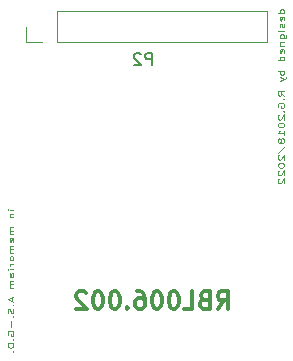
<source format=gbo>
%TF.GenerationSoftware,KiCad,Pcbnew,5.1.9+dfsg1-1+deb11u1*%
%TF.CreationDate,2022-11-30T10:15:51+01:00*%
%TF.ProjectId,A500MPU-Adapter,41353030-4d50-4552-9d41-646170746572,2.0*%
%TF.SameCoordinates,Original*%
%TF.FileFunction,Legend,Bot*%
%TF.FilePolarity,Positive*%
%FSLAX46Y46*%
G04 Gerber Fmt 4.6, Leading zero omitted, Abs format (unit mm)*
G04 Created by KiCad (PCBNEW 5.1.9+dfsg1-1+deb11u1) date 2022-11-30 10:15:51*
%MOMM*%
%LPD*%
G01*
G04 APERTURE LIST*
%ADD10C,0.100000*%
%ADD11C,0.300000*%
%ADD12C,0.120000*%
%ADD13C,0.150000*%
G04 APERTURE END LIST*
D10*
X145726190Y-114200000D02*
X145392857Y-114200000D01*
X145226190Y-114200000D02*
X145250000Y-114166666D01*
X145273809Y-114200000D01*
X145250000Y-114233333D01*
X145226190Y-114200000D01*
X145273809Y-114200000D01*
X145392857Y-114533333D02*
X145726190Y-114533333D01*
X145440476Y-114533333D02*
X145416666Y-114566666D01*
X145392857Y-114633333D01*
X145392857Y-114733333D01*
X145416666Y-114800000D01*
X145464285Y-114833333D01*
X145726190Y-114833333D01*
X145726190Y-115700000D02*
X145392857Y-115700000D01*
X145440476Y-115700000D02*
X145416666Y-115733333D01*
X145392857Y-115800000D01*
X145392857Y-115900000D01*
X145416666Y-115966666D01*
X145464285Y-116000000D01*
X145726190Y-116000000D01*
X145464285Y-116000000D02*
X145416666Y-116033333D01*
X145392857Y-116100000D01*
X145392857Y-116200000D01*
X145416666Y-116266666D01*
X145464285Y-116300000D01*
X145726190Y-116300000D01*
X145702380Y-116900000D02*
X145726190Y-116833333D01*
X145726190Y-116700000D01*
X145702380Y-116633333D01*
X145654761Y-116600000D01*
X145464285Y-116600000D01*
X145416666Y-116633333D01*
X145392857Y-116700000D01*
X145392857Y-116833333D01*
X145416666Y-116900000D01*
X145464285Y-116933333D01*
X145511904Y-116933333D01*
X145559523Y-116600000D01*
X145726190Y-117233333D02*
X145392857Y-117233333D01*
X145440476Y-117233333D02*
X145416666Y-117266666D01*
X145392857Y-117333333D01*
X145392857Y-117433333D01*
X145416666Y-117500000D01*
X145464285Y-117533333D01*
X145726190Y-117533333D01*
X145464285Y-117533333D02*
X145416666Y-117566666D01*
X145392857Y-117633333D01*
X145392857Y-117733333D01*
X145416666Y-117800000D01*
X145464285Y-117833333D01*
X145726190Y-117833333D01*
X145726190Y-118266666D02*
X145702380Y-118200000D01*
X145678571Y-118166666D01*
X145630952Y-118133333D01*
X145488095Y-118133333D01*
X145440476Y-118166666D01*
X145416666Y-118200000D01*
X145392857Y-118266666D01*
X145392857Y-118366666D01*
X145416666Y-118433333D01*
X145440476Y-118466666D01*
X145488095Y-118500000D01*
X145630952Y-118500000D01*
X145678571Y-118466666D01*
X145702380Y-118433333D01*
X145726190Y-118366666D01*
X145726190Y-118266666D01*
X145726190Y-118800000D02*
X145392857Y-118800000D01*
X145488095Y-118800000D02*
X145440476Y-118833333D01*
X145416666Y-118866666D01*
X145392857Y-118933333D01*
X145392857Y-119000000D01*
X145726190Y-119233333D02*
X145392857Y-119233333D01*
X145226190Y-119233333D02*
X145250000Y-119200000D01*
X145273809Y-119233333D01*
X145250000Y-119266666D01*
X145226190Y-119233333D01*
X145273809Y-119233333D01*
X145726190Y-119866666D02*
X145464285Y-119866666D01*
X145416666Y-119833333D01*
X145392857Y-119766666D01*
X145392857Y-119633333D01*
X145416666Y-119566666D01*
X145702380Y-119866666D02*
X145726190Y-119800000D01*
X145726190Y-119633333D01*
X145702380Y-119566666D01*
X145654761Y-119533333D01*
X145607142Y-119533333D01*
X145559523Y-119566666D01*
X145535714Y-119633333D01*
X145535714Y-119800000D01*
X145511904Y-119866666D01*
X145726190Y-120200000D02*
X145392857Y-120200000D01*
X145440476Y-120200000D02*
X145416666Y-120233333D01*
X145392857Y-120300000D01*
X145392857Y-120400000D01*
X145416666Y-120466666D01*
X145464285Y-120500000D01*
X145726190Y-120500000D01*
X145464285Y-120500000D02*
X145416666Y-120533333D01*
X145392857Y-120600000D01*
X145392857Y-120700000D01*
X145416666Y-120766666D01*
X145464285Y-120800000D01*
X145726190Y-120800000D01*
X145583333Y-121633333D02*
X145583333Y-121966666D01*
X145726190Y-121566666D02*
X145226190Y-121800000D01*
X145726190Y-122033333D01*
X145678571Y-122266666D02*
X145702380Y-122300000D01*
X145726190Y-122266666D01*
X145702380Y-122233333D01*
X145678571Y-122266666D01*
X145726190Y-122266666D01*
X145702380Y-122566666D02*
X145726190Y-122666666D01*
X145726190Y-122833333D01*
X145702380Y-122900000D01*
X145678571Y-122933333D01*
X145630952Y-122966666D01*
X145583333Y-122966666D01*
X145535714Y-122933333D01*
X145511904Y-122900000D01*
X145488095Y-122833333D01*
X145464285Y-122700000D01*
X145440476Y-122633333D01*
X145416666Y-122600000D01*
X145369047Y-122566666D01*
X145321428Y-122566666D01*
X145273809Y-122600000D01*
X145250000Y-122633333D01*
X145226190Y-122700000D01*
X145226190Y-122866666D01*
X145250000Y-122966666D01*
X145678571Y-123266666D02*
X145702380Y-123300000D01*
X145726190Y-123266666D01*
X145702380Y-123233333D01*
X145678571Y-123266666D01*
X145726190Y-123266666D01*
X145535714Y-123600000D02*
X145535714Y-124133333D01*
X145250000Y-124833333D02*
X145226190Y-124766666D01*
X145226190Y-124666666D01*
X145250000Y-124566666D01*
X145297619Y-124500000D01*
X145345238Y-124466666D01*
X145440476Y-124433333D01*
X145511904Y-124433333D01*
X145607142Y-124466666D01*
X145654761Y-124500000D01*
X145702380Y-124566666D01*
X145726190Y-124666666D01*
X145726190Y-124733333D01*
X145702380Y-124833333D01*
X145678571Y-124866666D01*
X145511904Y-124866666D01*
X145511904Y-124733333D01*
X145678571Y-125166666D02*
X145702380Y-125200000D01*
X145726190Y-125166666D01*
X145702380Y-125133333D01*
X145678571Y-125166666D01*
X145726190Y-125166666D01*
X145726190Y-125500000D02*
X145226190Y-125500000D01*
X145226190Y-125666666D01*
X145250000Y-125766666D01*
X145297619Y-125833333D01*
X145345238Y-125866666D01*
X145440476Y-125900000D01*
X145511904Y-125900000D01*
X145607142Y-125866666D01*
X145654761Y-125833333D01*
X145702380Y-125766666D01*
X145726190Y-125666666D01*
X145726190Y-125500000D01*
X145678571Y-126200000D02*
X145702380Y-126233333D01*
X145726190Y-126200000D01*
X145702380Y-126166666D01*
X145678571Y-126200000D01*
X145726190Y-126200000D01*
X168626190Y-97566666D02*
X168126190Y-97566666D01*
X168602380Y-97566666D02*
X168626190Y-97500000D01*
X168626190Y-97366666D01*
X168602380Y-97300000D01*
X168578571Y-97266666D01*
X168530952Y-97233333D01*
X168388095Y-97233333D01*
X168340476Y-97266666D01*
X168316666Y-97300000D01*
X168292857Y-97366666D01*
X168292857Y-97500000D01*
X168316666Y-97566666D01*
X168602380Y-98166666D02*
X168626190Y-98100000D01*
X168626190Y-97966666D01*
X168602380Y-97900000D01*
X168554761Y-97866666D01*
X168364285Y-97866666D01*
X168316666Y-97900000D01*
X168292857Y-97966666D01*
X168292857Y-98100000D01*
X168316666Y-98166666D01*
X168364285Y-98200000D01*
X168411904Y-98200000D01*
X168459523Y-97866666D01*
X168602380Y-98466666D02*
X168626190Y-98533333D01*
X168626190Y-98666666D01*
X168602380Y-98733333D01*
X168554761Y-98766666D01*
X168530952Y-98766666D01*
X168483333Y-98733333D01*
X168459523Y-98666666D01*
X168459523Y-98566666D01*
X168435714Y-98500000D01*
X168388095Y-98466666D01*
X168364285Y-98466666D01*
X168316666Y-98500000D01*
X168292857Y-98566666D01*
X168292857Y-98666666D01*
X168316666Y-98733333D01*
X168626190Y-99066666D02*
X168292857Y-99066666D01*
X168126190Y-99066666D02*
X168150000Y-99033333D01*
X168173809Y-99066666D01*
X168150000Y-99100000D01*
X168126190Y-99066666D01*
X168173809Y-99066666D01*
X168292857Y-99700000D02*
X168697619Y-99700000D01*
X168745238Y-99666666D01*
X168769047Y-99633333D01*
X168792857Y-99566666D01*
X168792857Y-99466666D01*
X168769047Y-99400000D01*
X168602380Y-99700000D02*
X168626190Y-99633333D01*
X168626190Y-99500000D01*
X168602380Y-99433333D01*
X168578571Y-99400000D01*
X168530952Y-99366666D01*
X168388095Y-99366666D01*
X168340476Y-99400000D01*
X168316666Y-99433333D01*
X168292857Y-99500000D01*
X168292857Y-99633333D01*
X168316666Y-99700000D01*
X168292857Y-100033333D02*
X168626190Y-100033333D01*
X168340476Y-100033333D02*
X168316666Y-100066666D01*
X168292857Y-100133333D01*
X168292857Y-100233333D01*
X168316666Y-100300000D01*
X168364285Y-100333333D01*
X168626190Y-100333333D01*
X168602380Y-100933333D02*
X168626190Y-100866666D01*
X168626190Y-100733333D01*
X168602380Y-100666666D01*
X168554761Y-100633333D01*
X168364285Y-100633333D01*
X168316666Y-100666666D01*
X168292857Y-100733333D01*
X168292857Y-100866666D01*
X168316666Y-100933333D01*
X168364285Y-100966666D01*
X168411904Y-100966666D01*
X168459523Y-100633333D01*
X168626190Y-101566666D02*
X168126190Y-101566666D01*
X168602380Y-101566666D02*
X168626190Y-101500000D01*
X168626190Y-101366666D01*
X168602380Y-101300000D01*
X168578571Y-101266666D01*
X168530952Y-101233333D01*
X168388095Y-101233333D01*
X168340476Y-101266666D01*
X168316666Y-101300000D01*
X168292857Y-101366666D01*
X168292857Y-101500000D01*
X168316666Y-101566666D01*
X168626190Y-102433333D02*
X168126190Y-102433333D01*
X168316666Y-102433333D02*
X168292857Y-102500000D01*
X168292857Y-102633333D01*
X168316666Y-102700000D01*
X168340476Y-102733333D01*
X168388095Y-102766666D01*
X168530952Y-102766666D01*
X168578571Y-102733333D01*
X168602380Y-102700000D01*
X168626190Y-102633333D01*
X168626190Y-102500000D01*
X168602380Y-102433333D01*
X168292857Y-103000000D02*
X168626190Y-103166666D01*
X168292857Y-103333333D02*
X168626190Y-103166666D01*
X168745238Y-103100000D01*
X168769047Y-103066666D01*
X168792857Y-103000000D01*
X168626190Y-104533333D02*
X168388095Y-104300000D01*
X168626190Y-104133333D02*
X168126190Y-104133333D01*
X168126190Y-104400000D01*
X168150000Y-104466666D01*
X168173809Y-104500000D01*
X168221428Y-104533333D01*
X168292857Y-104533333D01*
X168340476Y-104500000D01*
X168364285Y-104466666D01*
X168388095Y-104400000D01*
X168388095Y-104133333D01*
X168578571Y-104833333D02*
X168602380Y-104866666D01*
X168626190Y-104833333D01*
X168602380Y-104800000D01*
X168578571Y-104833333D01*
X168626190Y-104833333D01*
X168150000Y-105533333D02*
X168126190Y-105466666D01*
X168126190Y-105366666D01*
X168150000Y-105266666D01*
X168197619Y-105200000D01*
X168245238Y-105166666D01*
X168340476Y-105133333D01*
X168411904Y-105133333D01*
X168507142Y-105166666D01*
X168554761Y-105200000D01*
X168602380Y-105266666D01*
X168626190Y-105366666D01*
X168626190Y-105433333D01*
X168602380Y-105533333D01*
X168578571Y-105566666D01*
X168411904Y-105566666D01*
X168411904Y-105433333D01*
X168578571Y-105866666D02*
X168602380Y-105900000D01*
X168626190Y-105866666D01*
X168602380Y-105833333D01*
X168578571Y-105866666D01*
X168626190Y-105866666D01*
X168173809Y-106166666D02*
X168150000Y-106200000D01*
X168126190Y-106266666D01*
X168126190Y-106433333D01*
X168150000Y-106500000D01*
X168173809Y-106533333D01*
X168221428Y-106566666D01*
X168269047Y-106566666D01*
X168340476Y-106533333D01*
X168626190Y-106133333D01*
X168626190Y-106566666D01*
X168126190Y-107000000D02*
X168126190Y-107066666D01*
X168150000Y-107133333D01*
X168173809Y-107166666D01*
X168221428Y-107200000D01*
X168316666Y-107233333D01*
X168435714Y-107233333D01*
X168530952Y-107200000D01*
X168578571Y-107166666D01*
X168602380Y-107133333D01*
X168626190Y-107066666D01*
X168626190Y-107000000D01*
X168602380Y-106933333D01*
X168578571Y-106900000D01*
X168530952Y-106866666D01*
X168435714Y-106833333D01*
X168316666Y-106833333D01*
X168221428Y-106866666D01*
X168173809Y-106900000D01*
X168150000Y-106933333D01*
X168126190Y-107000000D01*
X168626190Y-107900000D02*
X168626190Y-107500000D01*
X168626190Y-107700000D02*
X168126190Y-107700000D01*
X168197619Y-107633333D01*
X168245238Y-107566666D01*
X168269047Y-107500000D01*
X168340476Y-108300000D02*
X168316666Y-108233333D01*
X168292857Y-108200000D01*
X168245238Y-108166666D01*
X168221428Y-108166666D01*
X168173809Y-108200000D01*
X168150000Y-108233333D01*
X168126190Y-108300000D01*
X168126190Y-108433333D01*
X168150000Y-108500000D01*
X168173809Y-108533333D01*
X168221428Y-108566666D01*
X168245238Y-108566666D01*
X168292857Y-108533333D01*
X168316666Y-108500000D01*
X168340476Y-108433333D01*
X168340476Y-108300000D01*
X168364285Y-108233333D01*
X168388095Y-108200000D01*
X168435714Y-108166666D01*
X168530952Y-108166666D01*
X168578571Y-108200000D01*
X168602380Y-108233333D01*
X168626190Y-108300000D01*
X168626190Y-108433333D01*
X168602380Y-108500000D01*
X168578571Y-108533333D01*
X168530952Y-108566666D01*
X168435714Y-108566666D01*
X168388095Y-108533333D01*
X168364285Y-108500000D01*
X168340476Y-108433333D01*
X168102380Y-109366666D02*
X168745238Y-108766666D01*
X168173809Y-109566666D02*
X168150000Y-109600000D01*
X168126190Y-109666666D01*
X168126190Y-109833333D01*
X168150000Y-109900000D01*
X168173809Y-109933333D01*
X168221428Y-109966666D01*
X168269047Y-109966666D01*
X168340476Y-109933333D01*
X168626190Y-109533333D01*
X168626190Y-109966666D01*
X168126190Y-110400000D02*
X168126190Y-110466666D01*
X168150000Y-110533333D01*
X168173809Y-110566666D01*
X168221428Y-110600000D01*
X168316666Y-110633333D01*
X168435714Y-110633333D01*
X168530952Y-110600000D01*
X168578571Y-110566666D01*
X168602380Y-110533333D01*
X168626190Y-110466666D01*
X168626190Y-110400000D01*
X168602380Y-110333333D01*
X168578571Y-110300000D01*
X168530952Y-110266666D01*
X168435714Y-110233333D01*
X168316666Y-110233333D01*
X168221428Y-110266666D01*
X168173809Y-110300000D01*
X168150000Y-110333333D01*
X168126190Y-110400000D01*
X168173809Y-110900000D02*
X168150000Y-110933333D01*
X168126190Y-111000000D01*
X168126190Y-111166666D01*
X168150000Y-111233333D01*
X168173809Y-111266666D01*
X168221428Y-111300000D01*
X168269047Y-111300000D01*
X168340476Y-111266666D01*
X168626190Y-110866666D01*
X168626190Y-111300000D01*
X168173809Y-111566666D02*
X168150000Y-111600000D01*
X168126190Y-111666666D01*
X168126190Y-111833333D01*
X168150000Y-111900000D01*
X168173809Y-111933333D01*
X168221428Y-111966666D01*
X168269047Y-111966666D01*
X168340476Y-111933333D01*
X168626190Y-111533333D01*
X168626190Y-111966666D01*
D11*
X163015714Y-122598571D02*
X163515714Y-121884285D01*
X163872857Y-122598571D02*
X163872857Y-121098571D01*
X163301428Y-121098571D01*
X163158571Y-121170000D01*
X163087142Y-121241428D01*
X163015714Y-121384285D01*
X163015714Y-121598571D01*
X163087142Y-121741428D01*
X163158571Y-121812857D01*
X163301428Y-121884285D01*
X163872857Y-121884285D01*
X161872857Y-121812857D02*
X161658571Y-121884285D01*
X161587142Y-121955714D01*
X161515714Y-122098571D01*
X161515714Y-122312857D01*
X161587142Y-122455714D01*
X161658571Y-122527142D01*
X161801428Y-122598571D01*
X162372857Y-122598571D01*
X162372857Y-121098571D01*
X161872857Y-121098571D01*
X161730000Y-121170000D01*
X161658571Y-121241428D01*
X161587142Y-121384285D01*
X161587142Y-121527142D01*
X161658571Y-121670000D01*
X161730000Y-121741428D01*
X161872857Y-121812857D01*
X162372857Y-121812857D01*
X160158571Y-122598571D02*
X160872857Y-122598571D01*
X160872857Y-121098571D01*
X159372857Y-121098571D02*
X159230000Y-121098571D01*
X159087142Y-121170000D01*
X159015714Y-121241428D01*
X158944285Y-121384285D01*
X158872857Y-121670000D01*
X158872857Y-122027142D01*
X158944285Y-122312857D01*
X159015714Y-122455714D01*
X159087142Y-122527142D01*
X159230000Y-122598571D01*
X159372857Y-122598571D01*
X159515714Y-122527142D01*
X159587142Y-122455714D01*
X159658571Y-122312857D01*
X159730000Y-122027142D01*
X159730000Y-121670000D01*
X159658571Y-121384285D01*
X159587142Y-121241428D01*
X159515714Y-121170000D01*
X159372857Y-121098571D01*
X157944285Y-121098571D02*
X157801428Y-121098571D01*
X157658571Y-121170000D01*
X157587142Y-121241428D01*
X157515714Y-121384285D01*
X157444285Y-121670000D01*
X157444285Y-122027142D01*
X157515714Y-122312857D01*
X157587142Y-122455714D01*
X157658571Y-122527142D01*
X157801428Y-122598571D01*
X157944285Y-122598571D01*
X158087142Y-122527142D01*
X158158571Y-122455714D01*
X158230000Y-122312857D01*
X158301428Y-122027142D01*
X158301428Y-121670000D01*
X158230000Y-121384285D01*
X158158571Y-121241428D01*
X158087142Y-121170000D01*
X157944285Y-121098571D01*
X156158571Y-121098571D02*
X156444285Y-121098571D01*
X156587142Y-121170000D01*
X156658571Y-121241428D01*
X156801428Y-121455714D01*
X156872857Y-121741428D01*
X156872857Y-122312857D01*
X156801428Y-122455714D01*
X156730000Y-122527142D01*
X156587142Y-122598571D01*
X156301428Y-122598571D01*
X156158571Y-122527142D01*
X156087142Y-122455714D01*
X156015714Y-122312857D01*
X156015714Y-121955714D01*
X156087142Y-121812857D01*
X156158571Y-121741428D01*
X156301428Y-121670000D01*
X156587142Y-121670000D01*
X156730000Y-121741428D01*
X156801428Y-121812857D01*
X156872857Y-121955714D01*
X155372857Y-122455714D02*
X155301428Y-122527142D01*
X155372857Y-122598571D01*
X155444285Y-122527142D01*
X155372857Y-122455714D01*
X155372857Y-122598571D01*
X154372857Y-121098571D02*
X154230000Y-121098571D01*
X154087142Y-121170000D01*
X154015714Y-121241428D01*
X153944285Y-121384285D01*
X153872857Y-121670000D01*
X153872857Y-122027142D01*
X153944285Y-122312857D01*
X154015714Y-122455714D01*
X154087142Y-122527142D01*
X154230000Y-122598571D01*
X154372857Y-122598571D01*
X154515714Y-122527142D01*
X154587142Y-122455714D01*
X154658571Y-122312857D01*
X154730000Y-122027142D01*
X154730000Y-121670000D01*
X154658571Y-121384285D01*
X154587142Y-121241428D01*
X154515714Y-121170000D01*
X154372857Y-121098571D01*
X152944285Y-121098571D02*
X152801428Y-121098571D01*
X152658571Y-121170000D01*
X152587142Y-121241428D01*
X152515714Y-121384285D01*
X152444285Y-121670000D01*
X152444285Y-122027142D01*
X152515714Y-122312857D01*
X152587142Y-122455714D01*
X152658571Y-122527142D01*
X152801428Y-122598571D01*
X152944285Y-122598571D01*
X153087142Y-122527142D01*
X153158571Y-122455714D01*
X153230000Y-122312857D01*
X153301428Y-122027142D01*
X153301428Y-121670000D01*
X153230000Y-121384285D01*
X153158571Y-121241428D01*
X153087142Y-121170000D01*
X152944285Y-121098571D01*
X151872857Y-121241428D02*
X151801428Y-121170000D01*
X151658571Y-121098571D01*
X151301428Y-121098571D01*
X151158571Y-121170000D01*
X151087142Y-121241428D01*
X151015714Y-121384285D01*
X151015714Y-121527142D01*
X151087142Y-121741428D01*
X151944285Y-122598571D01*
X151015714Y-122598571D01*
D12*
%TO.C,P2*%
X149370000Y-97370000D02*
X149370000Y-100030000D01*
X149370000Y-97370000D02*
X167210000Y-97370000D01*
X167210000Y-97370000D02*
X167210000Y-100030000D01*
X149370000Y-100030000D02*
X167210000Y-100030000D01*
X146770000Y-100030000D02*
X148100000Y-100030000D01*
X146770000Y-98700000D02*
X146770000Y-100030000D01*
D13*
X157438095Y-101952380D02*
X157438095Y-100952380D01*
X157057142Y-100952380D01*
X156961904Y-101000000D01*
X156914285Y-101047619D01*
X156866666Y-101142857D01*
X156866666Y-101285714D01*
X156914285Y-101380952D01*
X156961904Y-101428571D01*
X157057142Y-101476190D01*
X157438095Y-101476190D01*
X156485714Y-101047619D02*
X156438095Y-101000000D01*
X156342857Y-100952380D01*
X156104761Y-100952380D01*
X156009523Y-101000000D01*
X155961904Y-101047619D01*
X155914285Y-101142857D01*
X155914285Y-101238095D01*
X155961904Y-101380952D01*
X156533333Y-101952380D01*
X155914285Y-101952380D01*
%TD*%
M02*

</source>
